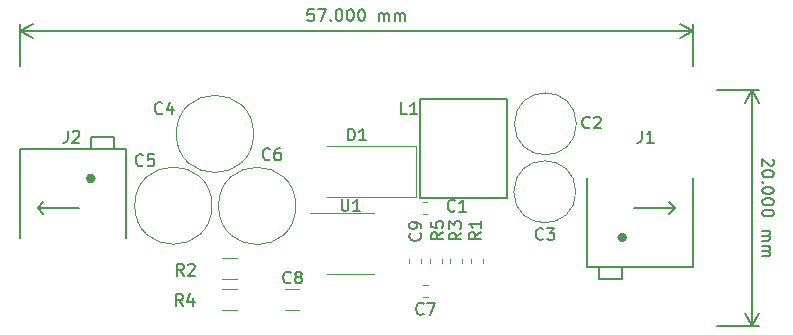
<source format=gto>
%TF.GenerationSoftware,KiCad,Pcbnew,(5.1.0-1220-ga833aeeac)*%
%TF.CreationDate,2019-07-10T21:21:40+03:00*%
%TF.ProjectId,proto_II_buck_kicad,70726f74-6f5f-4494-995f-6275636b5f6b,rev?*%
%TF.SameCoordinates,Original*%
%TF.FileFunction,Legend,Top*%
%TF.FilePolarity,Positive*%
%FSLAX46Y46*%
G04 Gerber Fmt 4.6, Leading zero omitted, Abs format (unit mm)*
G04 Created by KiCad (PCBNEW (5.1.0-1220-ga833aeeac)) date 2019-07-10 21:21:40*
%MOMM*%
%LPD*%
G04 APERTURE LIST*
%ADD10C,0.150000*%
%ADD11C,0.120000*%
%ADD12C,0.400000*%
%ADD13C,0.160000*%
%ADD14C,0.600000*%
%ADD15C,0.950000*%
%ADD16C,1.425000*%
%ADD17R,2.200000X1.600000*%
%ADD18C,1.524000*%
%ADD19C,1.676868*%
%ADD20C,1.600000*%
G04 APERTURE END LIST*
D10*
X203752380Y-115857142D02*
X203800000Y-115904761D01*
X203847619Y-116000000D01*
X203847619Y-116238095D01*
X203800000Y-116333333D01*
X203752380Y-116380952D01*
X203657142Y-116428571D01*
X203561904Y-116428571D01*
X203419047Y-116380952D01*
X202847619Y-115809523D01*
X202847619Y-116428571D01*
X203847619Y-117047619D02*
X203847619Y-117142857D01*
X203800000Y-117238095D01*
X203752380Y-117285714D01*
X203657142Y-117333333D01*
X203466666Y-117380952D01*
X203228571Y-117380952D01*
X203038095Y-117333333D01*
X202942857Y-117285714D01*
X202895238Y-117238095D01*
X202847619Y-117142857D01*
X202847619Y-117047619D01*
X202895238Y-116952380D01*
X202942857Y-116904761D01*
X203038095Y-116857142D01*
X203228571Y-116809523D01*
X203466666Y-116809523D01*
X203657142Y-116857142D01*
X203752380Y-116904761D01*
X203800000Y-116952380D01*
X203847619Y-117047619D01*
X202942857Y-117809523D02*
X202895238Y-117857142D01*
X202847619Y-117809523D01*
X202895238Y-117761904D01*
X202942857Y-117809523D01*
X202847619Y-117809523D01*
X203847619Y-118476190D02*
X203847619Y-118571428D01*
X203800000Y-118666666D01*
X203752380Y-118714285D01*
X203657142Y-118761904D01*
X203466666Y-118809523D01*
X203228571Y-118809523D01*
X203038095Y-118761904D01*
X202942857Y-118714285D01*
X202895238Y-118666666D01*
X202847619Y-118571428D01*
X202847619Y-118476190D01*
X202895238Y-118380952D01*
X202942857Y-118333333D01*
X203038095Y-118285714D01*
X203228571Y-118238095D01*
X203466666Y-118238095D01*
X203657142Y-118285714D01*
X203752380Y-118333333D01*
X203800000Y-118380952D01*
X203847619Y-118476190D01*
X203847619Y-119428571D02*
X203847619Y-119523809D01*
X203800000Y-119619047D01*
X203752380Y-119666666D01*
X203657142Y-119714285D01*
X203466666Y-119761904D01*
X203228571Y-119761904D01*
X203038095Y-119714285D01*
X202942857Y-119666666D01*
X202895238Y-119619047D01*
X202847619Y-119523809D01*
X202847619Y-119428571D01*
X202895238Y-119333333D01*
X202942857Y-119285714D01*
X203038095Y-119238095D01*
X203228571Y-119190476D01*
X203466666Y-119190476D01*
X203657142Y-119238095D01*
X203752380Y-119285714D01*
X203800000Y-119333333D01*
X203847619Y-119428571D01*
X203847619Y-120380952D02*
X203847619Y-120476190D01*
X203800000Y-120571428D01*
X203752380Y-120619047D01*
X203657142Y-120666666D01*
X203466666Y-120714285D01*
X203228571Y-120714285D01*
X203038095Y-120666666D01*
X202942857Y-120619047D01*
X202895238Y-120571428D01*
X202847619Y-120476190D01*
X202847619Y-120380952D01*
X202895238Y-120285714D01*
X202942857Y-120238095D01*
X203038095Y-120190476D01*
X203228571Y-120142857D01*
X203466666Y-120142857D01*
X203657142Y-120190476D01*
X203752380Y-120238095D01*
X203800000Y-120285714D01*
X203847619Y-120380952D01*
X202847619Y-121904761D02*
X203514285Y-121904761D01*
X203419047Y-121904761D02*
X203466666Y-121952380D01*
X203514285Y-122047619D01*
X203514285Y-122190476D01*
X203466666Y-122285714D01*
X203371428Y-122333333D01*
X202847619Y-122333333D01*
X203371428Y-122333333D02*
X203466666Y-122380952D01*
X203514285Y-122476190D01*
X203514285Y-122619047D01*
X203466666Y-122714285D01*
X203371428Y-122761904D01*
X202847619Y-122761904D01*
X202847619Y-123238095D02*
X203514285Y-123238095D01*
X203419047Y-123238095D02*
X203466666Y-123285714D01*
X203514285Y-123380952D01*
X203514285Y-123523809D01*
X203466666Y-123619047D01*
X203371428Y-123666666D01*
X202847619Y-123666666D01*
X203371428Y-123666666D02*
X203466666Y-123714285D01*
X203514285Y-123809523D01*
X203514285Y-123952380D01*
X203466666Y-124047619D01*
X203371428Y-124095238D01*
X202847619Y-124095238D01*
X202000000Y-110000000D02*
X202000000Y-130000000D01*
X199000000Y-110000000D02*
X202586421Y-110000000D01*
X199000000Y-130000000D02*
X202586421Y-130000000D01*
X202000000Y-130000000D02*
X201413579Y-128873496D01*
X202000000Y-130000000D02*
X202586421Y-128873496D01*
X202000000Y-110000000D02*
X201413579Y-111126504D01*
X202000000Y-110000000D02*
X202586421Y-111126504D01*
X164880952Y-103152380D02*
X164404761Y-103152380D01*
X164357142Y-103628571D01*
X164404761Y-103580952D01*
X164500000Y-103533333D01*
X164738095Y-103533333D01*
X164833333Y-103580952D01*
X164880952Y-103628571D01*
X164928571Y-103723809D01*
X164928571Y-103961904D01*
X164880952Y-104057142D01*
X164833333Y-104104761D01*
X164738095Y-104152380D01*
X164500000Y-104152380D01*
X164404761Y-104104761D01*
X164357142Y-104057142D01*
X165261904Y-103152380D02*
X165928571Y-103152380D01*
X165500000Y-104152380D01*
X166309523Y-104057142D02*
X166357142Y-104104761D01*
X166309523Y-104152380D01*
X166261904Y-104104761D01*
X166309523Y-104057142D01*
X166309523Y-104152380D01*
X166976190Y-103152380D02*
X167071428Y-103152380D01*
X167166666Y-103200000D01*
X167214285Y-103247619D01*
X167261904Y-103342857D01*
X167309523Y-103533333D01*
X167309523Y-103771428D01*
X167261904Y-103961904D01*
X167214285Y-104057142D01*
X167166666Y-104104761D01*
X167071428Y-104152380D01*
X166976190Y-104152380D01*
X166880952Y-104104761D01*
X166833333Y-104057142D01*
X166785714Y-103961904D01*
X166738095Y-103771428D01*
X166738095Y-103533333D01*
X166785714Y-103342857D01*
X166833333Y-103247619D01*
X166880952Y-103200000D01*
X166976190Y-103152380D01*
X167928571Y-103152380D02*
X168023809Y-103152380D01*
X168119047Y-103200000D01*
X168166666Y-103247619D01*
X168214285Y-103342857D01*
X168261904Y-103533333D01*
X168261904Y-103771428D01*
X168214285Y-103961904D01*
X168166666Y-104057142D01*
X168119047Y-104104761D01*
X168023809Y-104152380D01*
X167928571Y-104152380D01*
X167833333Y-104104761D01*
X167785714Y-104057142D01*
X167738095Y-103961904D01*
X167690476Y-103771428D01*
X167690476Y-103533333D01*
X167738095Y-103342857D01*
X167785714Y-103247619D01*
X167833333Y-103200000D01*
X167928571Y-103152380D01*
X168880952Y-103152380D02*
X168976190Y-103152380D01*
X169071428Y-103200000D01*
X169119047Y-103247619D01*
X169166666Y-103342857D01*
X169214285Y-103533333D01*
X169214285Y-103771428D01*
X169166666Y-103961904D01*
X169119047Y-104057142D01*
X169071428Y-104104761D01*
X168976190Y-104152380D01*
X168880952Y-104152380D01*
X168785714Y-104104761D01*
X168738095Y-104057142D01*
X168690476Y-103961904D01*
X168642857Y-103771428D01*
X168642857Y-103533333D01*
X168690476Y-103342857D01*
X168738095Y-103247619D01*
X168785714Y-103200000D01*
X168880952Y-103152380D01*
X170404761Y-104152380D02*
X170404761Y-103485714D01*
X170404761Y-103580952D02*
X170452380Y-103533333D01*
X170547619Y-103485714D01*
X170690476Y-103485714D01*
X170785714Y-103533333D01*
X170833333Y-103628571D01*
X170833333Y-104152380D01*
X170833333Y-103628571D02*
X170880952Y-103533333D01*
X170976190Y-103485714D01*
X171119047Y-103485714D01*
X171214285Y-103533333D01*
X171261904Y-103628571D01*
X171261904Y-104152380D01*
X171738095Y-104152380D02*
X171738095Y-103485714D01*
X171738095Y-103580952D02*
X171785714Y-103533333D01*
X171880952Y-103485714D01*
X172023809Y-103485714D01*
X172119047Y-103533333D01*
X172166666Y-103628571D01*
X172166666Y-104152380D01*
X172166666Y-103628571D02*
X172214285Y-103533333D01*
X172309523Y-103485714D01*
X172452380Y-103485714D01*
X172547619Y-103533333D01*
X172595238Y-103628571D01*
X172595238Y-104152380D01*
X140000000Y-105000000D02*
X197000000Y-105000000D01*
X140000000Y-108000000D02*
X140000000Y-104413579D01*
X197000000Y-108000000D02*
X197000000Y-104413579D01*
X197000000Y-105000000D02*
X195873496Y-105586421D01*
X197000000Y-105000000D02*
X195873496Y-104413579D01*
X140000000Y-105000000D02*
X141126504Y-105586421D01*
X140000000Y-105000000D02*
X141126504Y-104413579D01*
D11*
X168000000Y-120440000D02*
X164550000Y-120440000D01*
X168000000Y-120440000D02*
X169950000Y-120440000D01*
X168000000Y-125560000D02*
X166050000Y-125560000D01*
X168000000Y-125560000D02*
X169950000Y-125560000D01*
X175760000Y-124696267D02*
X175760000Y-124353733D01*
X174740000Y-124696267D02*
X174740000Y-124353733D01*
X158352064Y-126815000D02*
X157147936Y-126815000D01*
X158352064Y-128635000D02*
X157147936Y-128635000D01*
X177460000Y-124696267D02*
X177460000Y-124353733D01*
X176440000Y-124696267D02*
X176440000Y-124353733D01*
X157147936Y-126035000D02*
X158352064Y-126035000D01*
X157147936Y-124215000D02*
X158352064Y-124215000D01*
X178190000Y-124353733D02*
X178190000Y-124696267D01*
X179210000Y-124353733D02*
X179210000Y-124696267D01*
D10*
X173850000Y-110750000D02*
X181250000Y-110750000D01*
X181250000Y-119150000D02*
X173850000Y-119150000D01*
X181250000Y-110750000D02*
X181250000Y-119150000D01*
X173850000Y-119150000D02*
X173850000Y-110750000D01*
X146000000Y-114000000D02*
X146000000Y-115000000D01*
X148000000Y-114000000D02*
X146000000Y-114000000D01*
X148000000Y-115000000D02*
X148000000Y-114000000D01*
X149000000Y-115000000D02*
X140000000Y-115000000D01*
X140000000Y-115000000D02*
X140000000Y-122500000D01*
X149000000Y-115000000D02*
X149000000Y-122500000D01*
D12*
X146200000Y-117500000D02*
G75*
G03X146200000Y-117500000I-200000J0D01*
G01*
D10*
X145000000Y-120000000D02*
X141500000Y-120000000D01*
X141500000Y-120000000D02*
X142000000Y-119500000D01*
X142000000Y-119500000D02*
X141500000Y-120000000D01*
X141500000Y-120000000D02*
X142000000Y-120500000D01*
X191000000Y-126000000D02*
X191000000Y-125000000D01*
X189000000Y-126000000D02*
X191000000Y-126000000D01*
X189000000Y-125000000D02*
X189000000Y-126000000D01*
X188000000Y-125000000D02*
X197000000Y-125000000D01*
X197000000Y-125000000D02*
X197000000Y-117500000D01*
X188000000Y-125000000D02*
X188000000Y-117500000D01*
D12*
X191200000Y-122500000D02*
G75*
G03X191200000Y-122500000I-200000J0D01*
G01*
D10*
X192000000Y-120000000D02*
X195500000Y-120000000D01*
X195500000Y-120000000D02*
X195000000Y-120500000D01*
X195000000Y-120500000D02*
X195500000Y-120000000D01*
X195500000Y-120000000D02*
X195000000Y-119500000D01*
D11*
X173575000Y-119050000D02*
X166025000Y-119050000D01*
X173575000Y-114750000D02*
X166025000Y-114750000D01*
X173575000Y-119050000D02*
X173575000Y-114750000D01*
X173935000Y-124696267D02*
X173935000Y-124353733D01*
X172915000Y-124696267D02*
X172915000Y-124353733D01*
X163677064Y-126815000D02*
X162472936Y-126815000D01*
X163677064Y-128635000D02*
X162472936Y-128635000D01*
X174178733Y-127560000D02*
X174521267Y-127560000D01*
X174178733Y-126540000D02*
X174521267Y-126540000D01*
X163370000Y-119825000D02*
G75*
G03X163370000Y-119825000I-3270000J0D01*
G01*
X156270000Y-119800000D02*
G75*
G03X156270000Y-119800000I-3270000J0D01*
G01*
X159795000Y-113725000D02*
G75*
G03X159795000Y-113725000I-3270000J0D01*
G01*
X187070000Y-118625000D02*
G75*
G03X187070000Y-118625000I-2620000J0D01*
G01*
X187120000Y-112875000D02*
G75*
G03X187120000Y-112875000I-2620000J0D01*
G01*
X174446267Y-119490000D02*
X174103733Y-119490000D01*
X174446267Y-120510000D02*
X174103733Y-120510000D01*
D10*
X167238095Y-119252380D02*
X167238095Y-120061904D01*
X167285714Y-120157142D01*
X167333333Y-120204761D01*
X167428571Y-120252380D01*
X167619047Y-120252380D01*
X167714285Y-120204761D01*
X167761904Y-120157142D01*
X167809523Y-120061904D01*
X167809523Y-119252380D01*
X168809523Y-120252380D02*
X168238095Y-120252380D01*
X168523809Y-120252380D02*
X168523809Y-119252380D01*
X168428571Y-119395238D01*
X168333333Y-119490476D01*
X168238095Y-119538095D01*
X175827380Y-122066666D02*
X175351190Y-122400000D01*
X175827380Y-122638095D02*
X174827380Y-122638095D01*
X174827380Y-122257142D01*
X174875000Y-122161904D01*
X174922619Y-122114285D01*
X175017857Y-122066666D01*
X175160714Y-122066666D01*
X175255952Y-122114285D01*
X175303571Y-122161904D01*
X175351190Y-122257142D01*
X175351190Y-122638095D01*
X174827380Y-121161904D02*
X174827380Y-121638095D01*
X175303571Y-121685714D01*
X175255952Y-121638095D01*
X175208333Y-121542857D01*
X175208333Y-121304761D01*
X175255952Y-121209523D01*
X175303571Y-121161904D01*
X175398809Y-121114285D01*
X175636904Y-121114285D01*
X175732142Y-121161904D01*
X175779761Y-121209523D01*
X175827380Y-121304761D01*
X175827380Y-121542857D01*
X175779761Y-121638095D01*
X175732142Y-121685714D01*
X153808333Y-128277380D02*
X153475000Y-127801190D01*
X153236904Y-128277380D02*
X153236904Y-127277380D01*
X153617857Y-127277380D01*
X153713095Y-127325000D01*
X153760714Y-127372619D01*
X153808333Y-127467857D01*
X153808333Y-127610714D01*
X153760714Y-127705952D01*
X153713095Y-127753571D01*
X153617857Y-127801190D01*
X153236904Y-127801190D01*
X154665476Y-127610714D02*
X154665476Y-128277380D01*
X154427380Y-127229761D02*
X154189285Y-127944047D01*
X154808333Y-127944047D01*
X177377380Y-122091666D02*
X176901190Y-122425000D01*
X177377380Y-122663095D02*
X176377380Y-122663095D01*
X176377380Y-122282142D01*
X176425000Y-122186904D01*
X176472619Y-122139285D01*
X176567857Y-122091666D01*
X176710714Y-122091666D01*
X176805952Y-122139285D01*
X176853571Y-122186904D01*
X176901190Y-122282142D01*
X176901190Y-122663095D01*
X176377380Y-121758333D02*
X176377380Y-121139285D01*
X176758333Y-121472619D01*
X176758333Y-121329761D01*
X176805952Y-121234523D01*
X176853571Y-121186904D01*
X176948809Y-121139285D01*
X177186904Y-121139285D01*
X177282142Y-121186904D01*
X177329761Y-121234523D01*
X177377380Y-121329761D01*
X177377380Y-121615476D01*
X177329761Y-121710714D01*
X177282142Y-121758333D01*
X153883333Y-125727380D02*
X153550000Y-125251190D01*
X153311904Y-125727380D02*
X153311904Y-124727380D01*
X153692857Y-124727380D01*
X153788095Y-124775000D01*
X153835714Y-124822619D01*
X153883333Y-124917857D01*
X153883333Y-125060714D01*
X153835714Y-125155952D01*
X153788095Y-125203571D01*
X153692857Y-125251190D01*
X153311904Y-125251190D01*
X154264285Y-124822619D02*
X154311904Y-124775000D01*
X154407142Y-124727380D01*
X154645238Y-124727380D01*
X154740476Y-124775000D01*
X154788095Y-124822619D01*
X154835714Y-124917857D01*
X154835714Y-125013095D01*
X154788095Y-125155952D01*
X154216666Y-125727380D01*
X154835714Y-125727380D01*
X179052380Y-122041666D02*
X178576190Y-122375000D01*
X179052380Y-122613095D02*
X178052380Y-122613095D01*
X178052380Y-122232142D01*
X178100000Y-122136904D01*
X178147619Y-122089285D01*
X178242857Y-122041666D01*
X178385714Y-122041666D01*
X178480952Y-122089285D01*
X178528571Y-122136904D01*
X178576190Y-122232142D01*
X178576190Y-122613095D01*
X179052380Y-121089285D02*
X179052380Y-121660714D01*
X179052380Y-121375000D02*
X178052380Y-121375000D01*
X178195238Y-121470238D01*
X178290476Y-121565476D01*
X178338095Y-121660714D01*
X172783333Y-112052380D02*
X172307142Y-112052380D01*
X172307142Y-111052380D01*
X173640476Y-112052380D02*
X173069047Y-112052380D01*
X173354761Y-112052380D02*
X173354761Y-111052380D01*
X173259523Y-111195238D01*
X173164285Y-111290476D01*
X173069047Y-111338095D01*
X144041666Y-113452380D02*
X144041666Y-114166666D01*
X143994047Y-114309523D01*
X143898809Y-114404761D01*
X143755952Y-114452380D01*
X143660714Y-114452380D01*
X144470238Y-113547619D02*
X144517857Y-113500000D01*
X144613095Y-113452380D01*
X144851190Y-113452380D01*
X144946428Y-113500000D01*
X144994047Y-113547619D01*
X145041666Y-113642857D01*
X145041666Y-113738095D01*
X144994047Y-113880952D01*
X144422619Y-114452380D01*
X145041666Y-114452380D01*
X192666666Y-113452380D02*
X192666666Y-114166666D01*
X192619047Y-114309523D01*
X192523809Y-114404761D01*
X192380952Y-114452380D01*
X192285714Y-114452380D01*
X193666666Y-114452380D02*
X193095238Y-114452380D01*
X193380952Y-114452380D02*
X193380952Y-113452380D01*
X193285714Y-113595238D01*
X193190476Y-113690476D01*
X193095238Y-113738095D01*
X167786904Y-114277380D02*
X167786904Y-113277380D01*
X168025000Y-113277380D01*
X168167857Y-113325000D01*
X168263095Y-113420238D01*
X168310714Y-113515476D01*
X168358333Y-113705952D01*
X168358333Y-113848809D01*
X168310714Y-114039285D01*
X168263095Y-114134523D01*
X168167857Y-114229761D01*
X168025000Y-114277380D01*
X167786904Y-114277380D01*
X169310714Y-114277380D02*
X168739285Y-114277380D01*
X169025000Y-114277380D02*
X169025000Y-113277380D01*
X168929761Y-113420238D01*
X168834523Y-113515476D01*
X168739285Y-113563095D01*
X173882142Y-122141666D02*
X173929761Y-122189285D01*
X173977380Y-122332142D01*
X173977380Y-122427380D01*
X173929761Y-122570238D01*
X173834523Y-122665476D01*
X173739285Y-122713095D01*
X173548809Y-122760714D01*
X173405952Y-122760714D01*
X173215476Y-122713095D01*
X173120238Y-122665476D01*
X173025000Y-122570238D01*
X172977380Y-122427380D01*
X172977380Y-122332142D01*
X173025000Y-122189285D01*
X173072619Y-122141666D01*
X173977380Y-121665476D02*
X173977380Y-121475000D01*
X173929761Y-121379761D01*
X173882142Y-121332142D01*
X173739285Y-121236904D01*
X173548809Y-121189285D01*
X173167857Y-121189285D01*
X173072619Y-121236904D01*
X173025000Y-121284523D01*
X172977380Y-121379761D01*
X172977380Y-121570238D01*
X173025000Y-121665476D01*
X173072619Y-121713095D01*
X173167857Y-121760714D01*
X173405952Y-121760714D01*
X173501190Y-121713095D01*
X173548809Y-121665476D01*
X173596428Y-121570238D01*
X173596428Y-121379761D01*
X173548809Y-121284523D01*
X173501190Y-121236904D01*
X173405952Y-121189285D01*
X162933333Y-126282142D02*
X162885714Y-126329761D01*
X162742857Y-126377380D01*
X162647619Y-126377380D01*
X162504761Y-126329761D01*
X162409523Y-126234523D01*
X162361904Y-126139285D01*
X162314285Y-125948809D01*
X162314285Y-125805952D01*
X162361904Y-125615476D01*
X162409523Y-125520238D01*
X162504761Y-125425000D01*
X162647619Y-125377380D01*
X162742857Y-125377380D01*
X162885714Y-125425000D01*
X162933333Y-125472619D01*
X163504761Y-125805952D02*
X163409523Y-125758333D01*
X163361904Y-125710714D01*
X163314285Y-125615476D01*
X163314285Y-125567857D01*
X163361904Y-125472619D01*
X163409523Y-125425000D01*
X163504761Y-125377380D01*
X163695238Y-125377380D01*
X163790476Y-125425000D01*
X163838095Y-125472619D01*
X163885714Y-125567857D01*
X163885714Y-125615476D01*
X163838095Y-125710714D01*
X163790476Y-125758333D01*
X163695238Y-125805952D01*
X163504761Y-125805952D01*
X163409523Y-125853571D01*
X163361904Y-125901190D01*
X163314285Y-125996428D01*
X163314285Y-126186904D01*
X163361904Y-126282142D01*
X163409523Y-126329761D01*
X163504761Y-126377380D01*
X163695238Y-126377380D01*
X163790476Y-126329761D01*
X163838095Y-126282142D01*
X163885714Y-126186904D01*
X163885714Y-125996428D01*
X163838095Y-125901190D01*
X163790476Y-125853571D01*
X163695238Y-125805952D01*
X174183333Y-128932142D02*
X174135714Y-128979761D01*
X173992857Y-129027380D01*
X173897619Y-129027380D01*
X173754761Y-128979761D01*
X173659523Y-128884523D01*
X173611904Y-128789285D01*
X173564285Y-128598809D01*
X173564285Y-128455952D01*
X173611904Y-128265476D01*
X173659523Y-128170238D01*
X173754761Y-128075000D01*
X173897619Y-128027380D01*
X173992857Y-128027380D01*
X174135714Y-128075000D01*
X174183333Y-128122619D01*
X174516666Y-128027380D02*
X175183333Y-128027380D01*
X174754761Y-129027380D01*
X161173333Y-115847142D02*
X161125714Y-115894761D01*
X160982857Y-115942380D01*
X160887619Y-115942380D01*
X160744761Y-115894761D01*
X160649523Y-115799523D01*
X160601904Y-115704285D01*
X160554285Y-115513809D01*
X160554285Y-115370952D01*
X160601904Y-115180476D01*
X160649523Y-115085238D01*
X160744761Y-114990000D01*
X160887619Y-114942380D01*
X160982857Y-114942380D01*
X161125714Y-114990000D01*
X161173333Y-115037619D01*
X162030476Y-114942380D02*
X161840000Y-114942380D01*
X161744761Y-114990000D01*
X161697142Y-115037619D01*
X161601904Y-115180476D01*
X161554285Y-115370952D01*
X161554285Y-115751904D01*
X161601904Y-115847142D01*
X161649523Y-115894761D01*
X161744761Y-115942380D01*
X161935238Y-115942380D01*
X162030476Y-115894761D01*
X162078095Y-115847142D01*
X162125714Y-115751904D01*
X162125714Y-115513809D01*
X162078095Y-115418571D01*
X162030476Y-115370952D01*
X161935238Y-115323333D01*
X161744761Y-115323333D01*
X161649523Y-115370952D01*
X161601904Y-115418571D01*
X161554285Y-115513809D01*
X150433333Y-116357142D02*
X150385714Y-116404761D01*
X150242857Y-116452380D01*
X150147619Y-116452380D01*
X150004761Y-116404761D01*
X149909523Y-116309523D01*
X149861904Y-116214285D01*
X149814285Y-116023809D01*
X149814285Y-115880952D01*
X149861904Y-115690476D01*
X149909523Y-115595238D01*
X150004761Y-115500000D01*
X150147619Y-115452380D01*
X150242857Y-115452380D01*
X150385714Y-115500000D01*
X150433333Y-115547619D01*
X151338095Y-115452380D02*
X150861904Y-115452380D01*
X150814285Y-115928571D01*
X150861904Y-115880952D01*
X150957142Y-115833333D01*
X151195238Y-115833333D01*
X151290476Y-115880952D01*
X151338095Y-115928571D01*
X151385714Y-116023809D01*
X151385714Y-116261904D01*
X151338095Y-116357142D01*
X151290476Y-116404761D01*
X151195238Y-116452380D01*
X150957142Y-116452380D01*
X150861904Y-116404761D01*
X150814285Y-116357142D01*
X152058333Y-111957142D02*
X152010714Y-112004761D01*
X151867857Y-112052380D01*
X151772619Y-112052380D01*
X151629761Y-112004761D01*
X151534523Y-111909523D01*
X151486904Y-111814285D01*
X151439285Y-111623809D01*
X151439285Y-111480952D01*
X151486904Y-111290476D01*
X151534523Y-111195238D01*
X151629761Y-111100000D01*
X151772619Y-111052380D01*
X151867857Y-111052380D01*
X152010714Y-111100000D01*
X152058333Y-111147619D01*
X152915476Y-111385714D02*
X152915476Y-112052380D01*
X152677380Y-111004761D02*
X152439285Y-111719047D01*
X153058333Y-111719047D01*
X184308333Y-122607142D02*
X184260714Y-122654761D01*
X184117857Y-122702380D01*
X184022619Y-122702380D01*
X183879761Y-122654761D01*
X183784523Y-122559523D01*
X183736904Y-122464285D01*
X183689285Y-122273809D01*
X183689285Y-122130952D01*
X183736904Y-121940476D01*
X183784523Y-121845238D01*
X183879761Y-121750000D01*
X184022619Y-121702380D01*
X184117857Y-121702380D01*
X184260714Y-121750000D01*
X184308333Y-121797619D01*
X184641666Y-121702380D02*
X185260714Y-121702380D01*
X184927380Y-122083333D01*
X185070238Y-122083333D01*
X185165476Y-122130952D01*
X185213095Y-122178571D01*
X185260714Y-122273809D01*
X185260714Y-122511904D01*
X185213095Y-122607142D01*
X185165476Y-122654761D01*
X185070238Y-122702380D01*
X184784523Y-122702380D01*
X184689285Y-122654761D01*
X184641666Y-122607142D01*
X188258333Y-113157142D02*
X188210714Y-113204761D01*
X188067857Y-113252380D01*
X187972619Y-113252380D01*
X187829761Y-113204761D01*
X187734523Y-113109523D01*
X187686904Y-113014285D01*
X187639285Y-112823809D01*
X187639285Y-112680952D01*
X187686904Y-112490476D01*
X187734523Y-112395238D01*
X187829761Y-112300000D01*
X187972619Y-112252380D01*
X188067857Y-112252380D01*
X188210714Y-112300000D01*
X188258333Y-112347619D01*
X188639285Y-112347619D02*
X188686904Y-112300000D01*
X188782142Y-112252380D01*
X189020238Y-112252380D01*
X189115476Y-112300000D01*
X189163095Y-112347619D01*
X189210714Y-112442857D01*
X189210714Y-112538095D01*
X189163095Y-112680952D01*
X188591666Y-113252380D01*
X189210714Y-113252380D01*
X176833333Y-120207142D02*
X176785714Y-120254761D01*
X176642857Y-120302380D01*
X176547619Y-120302380D01*
X176404761Y-120254761D01*
X176309523Y-120159523D01*
X176261904Y-120064285D01*
X176214285Y-119873809D01*
X176214285Y-119730952D01*
X176261904Y-119540476D01*
X176309523Y-119445238D01*
X176404761Y-119350000D01*
X176547619Y-119302380D01*
X176642857Y-119302380D01*
X176785714Y-119350000D01*
X176833333Y-119397619D01*
X177785714Y-120302380D02*
X177214285Y-120302380D01*
X177500000Y-120302380D02*
X177500000Y-119302380D01*
X177404761Y-119445238D01*
X177309523Y-119540476D01*
X177214285Y-119588095D01*
%LPC*%
D13*
G36*
X171357403Y-120806418D02*
G01*
X171406066Y-120838934D01*
X171438582Y-120887597D01*
X171450000Y-120945000D01*
X171450000Y-121245000D01*
X171438582Y-121302403D01*
X171406066Y-121351066D01*
X171357403Y-121383582D01*
X171300000Y-121395000D01*
X169650000Y-121395000D01*
X169592597Y-121383582D01*
X169543934Y-121351066D01*
X169511418Y-121302403D01*
X169500000Y-121245000D01*
X169500000Y-120945000D01*
X169511418Y-120887597D01*
X169543934Y-120838934D01*
X169592597Y-120806418D01*
X169650000Y-120795000D01*
X171300000Y-120795000D01*
X171357403Y-120806418D01*
X171357403Y-120806418D01*
G37*
D14*
X170475000Y-121095000D03*
D13*
G36*
X171357403Y-122076418D02*
G01*
X171406066Y-122108934D01*
X171438582Y-122157597D01*
X171450000Y-122215000D01*
X171450000Y-122515000D01*
X171438582Y-122572403D01*
X171406066Y-122621066D01*
X171357403Y-122653582D01*
X171300000Y-122665000D01*
X169650000Y-122665000D01*
X169592597Y-122653582D01*
X169543934Y-122621066D01*
X169511418Y-122572403D01*
X169500000Y-122515000D01*
X169500000Y-122215000D01*
X169511418Y-122157597D01*
X169543934Y-122108934D01*
X169592597Y-122076418D01*
X169650000Y-122065000D01*
X171300000Y-122065000D01*
X171357403Y-122076418D01*
X171357403Y-122076418D01*
G37*
D14*
X170475000Y-122365000D03*
D13*
G36*
X171357403Y-123346418D02*
G01*
X171406066Y-123378934D01*
X171438582Y-123427597D01*
X171450000Y-123485000D01*
X171450000Y-123785000D01*
X171438582Y-123842403D01*
X171406066Y-123891066D01*
X171357403Y-123923582D01*
X171300000Y-123935000D01*
X169650000Y-123935000D01*
X169592597Y-123923582D01*
X169543934Y-123891066D01*
X169511418Y-123842403D01*
X169500000Y-123785000D01*
X169500000Y-123485000D01*
X169511418Y-123427597D01*
X169543934Y-123378934D01*
X169592597Y-123346418D01*
X169650000Y-123335000D01*
X171300000Y-123335000D01*
X171357403Y-123346418D01*
X171357403Y-123346418D01*
G37*
D14*
X170475000Y-123635000D03*
D13*
G36*
X171357403Y-124616418D02*
G01*
X171406066Y-124648934D01*
X171438582Y-124697597D01*
X171450000Y-124755000D01*
X171450000Y-125055000D01*
X171438582Y-125112403D01*
X171406066Y-125161066D01*
X171357403Y-125193582D01*
X171300000Y-125205000D01*
X169650000Y-125205000D01*
X169592597Y-125193582D01*
X169543934Y-125161066D01*
X169511418Y-125112403D01*
X169500000Y-125055000D01*
X169500000Y-124755000D01*
X169511418Y-124697597D01*
X169543934Y-124648934D01*
X169592597Y-124616418D01*
X169650000Y-124605000D01*
X171300000Y-124605000D01*
X171357403Y-124616418D01*
X171357403Y-124616418D01*
G37*
D14*
X170475000Y-124905000D03*
D13*
G36*
X166407403Y-124616418D02*
G01*
X166456066Y-124648934D01*
X166488582Y-124697597D01*
X166500000Y-124755000D01*
X166500000Y-125055000D01*
X166488582Y-125112403D01*
X166456066Y-125161066D01*
X166407403Y-125193582D01*
X166350000Y-125205000D01*
X164700000Y-125205000D01*
X164642597Y-125193582D01*
X164593934Y-125161066D01*
X164561418Y-125112403D01*
X164550000Y-125055000D01*
X164550000Y-124755000D01*
X164561418Y-124697597D01*
X164593934Y-124648934D01*
X164642597Y-124616418D01*
X164700000Y-124605000D01*
X166350000Y-124605000D01*
X166407403Y-124616418D01*
X166407403Y-124616418D01*
G37*
D14*
X165525000Y-124905000D03*
D13*
G36*
X166407403Y-123346418D02*
G01*
X166456066Y-123378934D01*
X166488582Y-123427597D01*
X166500000Y-123485000D01*
X166500000Y-123785000D01*
X166488582Y-123842403D01*
X166456066Y-123891066D01*
X166407403Y-123923582D01*
X166350000Y-123935000D01*
X164700000Y-123935000D01*
X164642597Y-123923582D01*
X164593934Y-123891066D01*
X164561418Y-123842403D01*
X164550000Y-123785000D01*
X164550000Y-123485000D01*
X164561418Y-123427597D01*
X164593934Y-123378934D01*
X164642597Y-123346418D01*
X164700000Y-123335000D01*
X166350000Y-123335000D01*
X166407403Y-123346418D01*
X166407403Y-123346418D01*
G37*
D14*
X165525000Y-123635000D03*
D13*
G36*
X166407403Y-122076418D02*
G01*
X166456066Y-122108934D01*
X166488582Y-122157597D01*
X166500000Y-122215000D01*
X166500000Y-122515000D01*
X166488582Y-122572403D01*
X166456066Y-122621066D01*
X166407403Y-122653582D01*
X166350000Y-122665000D01*
X164700000Y-122665000D01*
X164642597Y-122653582D01*
X164593934Y-122621066D01*
X164561418Y-122572403D01*
X164550000Y-122515000D01*
X164550000Y-122215000D01*
X164561418Y-122157597D01*
X164593934Y-122108934D01*
X164642597Y-122076418D01*
X164700000Y-122065000D01*
X166350000Y-122065000D01*
X166407403Y-122076418D01*
X166407403Y-122076418D01*
G37*
D14*
X165525000Y-122365000D03*
D13*
G36*
X166407403Y-120806418D02*
G01*
X166456066Y-120838934D01*
X166488582Y-120887597D01*
X166500000Y-120945000D01*
X166500000Y-121245000D01*
X166488582Y-121302403D01*
X166456066Y-121351066D01*
X166407403Y-121383582D01*
X166350000Y-121395000D01*
X164700000Y-121395000D01*
X164642597Y-121383582D01*
X164593934Y-121351066D01*
X164561418Y-121302403D01*
X164550000Y-121245000D01*
X164550000Y-120945000D01*
X164561418Y-120887597D01*
X164593934Y-120838934D01*
X164642597Y-120806418D01*
X164700000Y-120795000D01*
X166350000Y-120795000D01*
X166407403Y-120806418D01*
X166407403Y-120806418D01*
G37*
D14*
X165525000Y-121095000D03*
D13*
G36*
X175578387Y-123143079D02*
G01*
X175655438Y-123194562D01*
X175706921Y-123271613D01*
X175725000Y-123362500D01*
X175725000Y-123937500D01*
X175706921Y-124028387D01*
X175655438Y-124105438D01*
X175578387Y-124156921D01*
X175487500Y-124175000D01*
X175012500Y-124175000D01*
X174921613Y-124156921D01*
X174844562Y-124105438D01*
X174793079Y-124028387D01*
X174775000Y-123937500D01*
X174775000Y-123362500D01*
X174793079Y-123271613D01*
X174844562Y-123194562D01*
X174921613Y-123143079D01*
X175012500Y-123125000D01*
X175487500Y-123125000D01*
X175578387Y-123143079D01*
X175578387Y-123143079D01*
G37*
D15*
X175250000Y-123650000D03*
D13*
G36*
X175578387Y-124893079D02*
G01*
X175655438Y-124944562D01*
X175706921Y-125021613D01*
X175725000Y-125112500D01*
X175725000Y-125687500D01*
X175706921Y-125778387D01*
X175655438Y-125855438D01*
X175578387Y-125906921D01*
X175487500Y-125925000D01*
X175012500Y-125925000D01*
X174921613Y-125906921D01*
X174844562Y-125855438D01*
X174793079Y-125778387D01*
X174775000Y-125687500D01*
X174775000Y-125112500D01*
X174793079Y-125021613D01*
X174844562Y-124944562D01*
X174921613Y-124893079D01*
X175012500Y-124875000D01*
X175487500Y-124875000D01*
X175578387Y-124893079D01*
X175578387Y-124893079D01*
G37*
D15*
X175250000Y-125400000D03*
D13*
G36*
X156820671Y-126869030D02*
G01*
X156901777Y-126923223D01*
X156955970Y-127004329D01*
X156975000Y-127100000D01*
X156975000Y-128350000D01*
X156955970Y-128445671D01*
X156901777Y-128526777D01*
X156820671Y-128580970D01*
X156725000Y-128600000D01*
X155800000Y-128600000D01*
X155704329Y-128580970D01*
X155623223Y-128526777D01*
X155569030Y-128445671D01*
X155550000Y-128350000D01*
X155550000Y-127100000D01*
X155569030Y-127004329D01*
X155623223Y-126923223D01*
X155704329Y-126869030D01*
X155800000Y-126850000D01*
X156725000Y-126850000D01*
X156820671Y-126869030D01*
X156820671Y-126869030D01*
G37*
D16*
X156262500Y-127725000D03*
D13*
G36*
X159795671Y-126869030D02*
G01*
X159876777Y-126923223D01*
X159930970Y-127004329D01*
X159950000Y-127100000D01*
X159950000Y-128350000D01*
X159930970Y-128445671D01*
X159876777Y-128526777D01*
X159795671Y-128580970D01*
X159700000Y-128600000D01*
X158775000Y-128600000D01*
X158679329Y-128580970D01*
X158598223Y-128526777D01*
X158544030Y-128445671D01*
X158525000Y-128350000D01*
X158525000Y-127100000D01*
X158544030Y-127004329D01*
X158598223Y-126923223D01*
X158679329Y-126869030D01*
X158775000Y-126850000D01*
X159700000Y-126850000D01*
X159795671Y-126869030D01*
X159795671Y-126869030D01*
G37*
D16*
X159237500Y-127725000D03*
D13*
G36*
X177278387Y-123143079D02*
G01*
X177355438Y-123194562D01*
X177406921Y-123271613D01*
X177425000Y-123362500D01*
X177425000Y-123937500D01*
X177406921Y-124028387D01*
X177355438Y-124105438D01*
X177278387Y-124156921D01*
X177187500Y-124175000D01*
X176712500Y-124175000D01*
X176621613Y-124156921D01*
X176544562Y-124105438D01*
X176493079Y-124028387D01*
X176475000Y-123937500D01*
X176475000Y-123362500D01*
X176493079Y-123271613D01*
X176544562Y-123194562D01*
X176621613Y-123143079D01*
X176712500Y-123125000D01*
X177187500Y-123125000D01*
X177278387Y-123143079D01*
X177278387Y-123143079D01*
G37*
D15*
X176950000Y-123650000D03*
D13*
G36*
X177278387Y-124893079D02*
G01*
X177355438Y-124944562D01*
X177406921Y-125021613D01*
X177425000Y-125112500D01*
X177425000Y-125687500D01*
X177406921Y-125778387D01*
X177355438Y-125855438D01*
X177278387Y-125906921D01*
X177187500Y-125925000D01*
X176712500Y-125925000D01*
X176621613Y-125906921D01*
X176544562Y-125855438D01*
X176493079Y-125778387D01*
X176475000Y-125687500D01*
X176475000Y-125112500D01*
X176493079Y-125021613D01*
X176544562Y-124944562D01*
X176621613Y-124893079D01*
X176712500Y-124875000D01*
X177187500Y-124875000D01*
X177278387Y-124893079D01*
X177278387Y-124893079D01*
G37*
D15*
X176950000Y-125400000D03*
D13*
G36*
X159795671Y-124269030D02*
G01*
X159876777Y-124323223D01*
X159930970Y-124404329D01*
X159950000Y-124500000D01*
X159950000Y-125750000D01*
X159930970Y-125845671D01*
X159876777Y-125926777D01*
X159795671Y-125980970D01*
X159700000Y-126000000D01*
X158775000Y-126000000D01*
X158679329Y-125980970D01*
X158598223Y-125926777D01*
X158544030Y-125845671D01*
X158525000Y-125750000D01*
X158525000Y-124500000D01*
X158544030Y-124404329D01*
X158598223Y-124323223D01*
X158679329Y-124269030D01*
X158775000Y-124250000D01*
X159700000Y-124250000D01*
X159795671Y-124269030D01*
X159795671Y-124269030D01*
G37*
D16*
X159237500Y-125125000D03*
D13*
G36*
X156820671Y-124269030D02*
G01*
X156901777Y-124323223D01*
X156955970Y-124404329D01*
X156975000Y-124500000D01*
X156975000Y-125750000D01*
X156955970Y-125845671D01*
X156901777Y-125926777D01*
X156820671Y-125980970D01*
X156725000Y-126000000D01*
X155800000Y-126000000D01*
X155704329Y-125980970D01*
X155623223Y-125926777D01*
X155569030Y-125845671D01*
X155550000Y-125750000D01*
X155550000Y-124500000D01*
X155569030Y-124404329D01*
X155623223Y-124323223D01*
X155704329Y-124269030D01*
X155800000Y-124250000D01*
X156725000Y-124250000D01*
X156820671Y-124269030D01*
X156820671Y-124269030D01*
G37*
D16*
X156262500Y-125125000D03*
D13*
G36*
X179028387Y-124893079D02*
G01*
X179105438Y-124944562D01*
X179156921Y-125021613D01*
X179175000Y-125112500D01*
X179175000Y-125687500D01*
X179156921Y-125778387D01*
X179105438Y-125855438D01*
X179028387Y-125906921D01*
X178937500Y-125925000D01*
X178462500Y-125925000D01*
X178371613Y-125906921D01*
X178294562Y-125855438D01*
X178243079Y-125778387D01*
X178225000Y-125687500D01*
X178225000Y-125112500D01*
X178243079Y-125021613D01*
X178294562Y-124944562D01*
X178371613Y-124893079D01*
X178462500Y-124875000D01*
X178937500Y-124875000D01*
X179028387Y-124893079D01*
X179028387Y-124893079D01*
G37*
D15*
X178700000Y-125400000D03*
D13*
G36*
X179028387Y-123143079D02*
G01*
X179105438Y-123194562D01*
X179156921Y-123271613D01*
X179175000Y-123362500D01*
X179175000Y-123937500D01*
X179156921Y-124028387D01*
X179105438Y-124105438D01*
X179028387Y-124156921D01*
X178937500Y-124175000D01*
X178462500Y-124175000D01*
X178371613Y-124156921D01*
X178294562Y-124105438D01*
X178243079Y-124028387D01*
X178225000Y-123937500D01*
X178225000Y-123362500D01*
X178243079Y-123271613D01*
X178294562Y-123194562D01*
X178371613Y-123143079D01*
X178462500Y-123125000D01*
X178937500Y-123125000D01*
X179028387Y-123143079D01*
X179028387Y-123143079D01*
G37*
D15*
X178700000Y-123650000D03*
D17*
X177550000Y-118150000D03*
X177550000Y-111750000D03*
D18*
X144000000Y-122500000D03*
X144000000Y-117500000D03*
X193000000Y-117500000D03*
X193000000Y-122500000D03*
D19*
X165825000Y-116900000D03*
D13*
G36*
X164025000Y-118050000D02*
G01*
X164025000Y-115750000D01*
X167625000Y-116350000D01*
X167625000Y-117450000D01*
X164025000Y-118050000D01*
X164025000Y-118050000D01*
G37*
D19*
X171625000Y-116900000D03*
D13*
G36*
X173425000Y-115750000D02*
G01*
X173425000Y-118050000D01*
X169825000Y-117450000D01*
X169825000Y-116350000D01*
X173425000Y-115750000D01*
X173425000Y-115750000D01*
G37*
G36*
X173753387Y-123143079D02*
G01*
X173830438Y-123194562D01*
X173881921Y-123271613D01*
X173900000Y-123362500D01*
X173900000Y-123937500D01*
X173881921Y-124028387D01*
X173830438Y-124105438D01*
X173753387Y-124156921D01*
X173662500Y-124175000D01*
X173187500Y-124175000D01*
X173096613Y-124156921D01*
X173019562Y-124105438D01*
X172968079Y-124028387D01*
X172950000Y-123937500D01*
X172950000Y-123362500D01*
X172968079Y-123271613D01*
X173019562Y-123194562D01*
X173096613Y-123143079D01*
X173187500Y-123125000D01*
X173662500Y-123125000D01*
X173753387Y-123143079D01*
X173753387Y-123143079D01*
G37*
D15*
X173425000Y-123650000D03*
D13*
G36*
X173753387Y-124893079D02*
G01*
X173830438Y-124944562D01*
X173881921Y-125021613D01*
X173900000Y-125112500D01*
X173900000Y-125687500D01*
X173881921Y-125778387D01*
X173830438Y-125855438D01*
X173753387Y-125906921D01*
X173662500Y-125925000D01*
X173187500Y-125925000D01*
X173096613Y-125906921D01*
X173019562Y-125855438D01*
X172968079Y-125778387D01*
X172950000Y-125687500D01*
X172950000Y-125112500D01*
X172968079Y-125021613D01*
X173019562Y-124944562D01*
X173096613Y-124893079D01*
X173187500Y-124875000D01*
X173662500Y-124875000D01*
X173753387Y-124893079D01*
X173753387Y-124893079D01*
G37*
D15*
X173425000Y-125400000D03*
D13*
G36*
X162145671Y-126869030D02*
G01*
X162226777Y-126923223D01*
X162280970Y-127004329D01*
X162300000Y-127100000D01*
X162300000Y-128350000D01*
X162280970Y-128445671D01*
X162226777Y-128526777D01*
X162145671Y-128580970D01*
X162050000Y-128600000D01*
X161125000Y-128600000D01*
X161029329Y-128580970D01*
X160948223Y-128526777D01*
X160894030Y-128445671D01*
X160875000Y-128350000D01*
X160875000Y-127100000D01*
X160894030Y-127004329D01*
X160948223Y-126923223D01*
X161029329Y-126869030D01*
X161125000Y-126850000D01*
X162050000Y-126850000D01*
X162145671Y-126869030D01*
X162145671Y-126869030D01*
G37*
D16*
X161587500Y-127725000D03*
D13*
G36*
X165120671Y-126869030D02*
G01*
X165201777Y-126923223D01*
X165255970Y-127004329D01*
X165275000Y-127100000D01*
X165275000Y-128350000D01*
X165255970Y-128445671D01*
X165201777Y-128526777D01*
X165120671Y-128580970D01*
X165025000Y-128600000D01*
X164100000Y-128600000D01*
X164004329Y-128580970D01*
X163923223Y-128526777D01*
X163869030Y-128445671D01*
X163850000Y-128350000D01*
X163850000Y-127100000D01*
X163869030Y-127004329D01*
X163923223Y-126923223D01*
X164004329Y-126869030D01*
X164100000Y-126850000D01*
X165025000Y-126850000D01*
X165120671Y-126869030D01*
X165120671Y-126869030D01*
G37*
D16*
X164562500Y-127725000D03*
D13*
G36*
X175603387Y-126593079D02*
G01*
X175680438Y-126644562D01*
X175731921Y-126721613D01*
X175750000Y-126812500D01*
X175750000Y-127287500D01*
X175731921Y-127378387D01*
X175680438Y-127455438D01*
X175603387Y-127506921D01*
X175512500Y-127525000D01*
X174937500Y-127525000D01*
X174846613Y-127506921D01*
X174769562Y-127455438D01*
X174718079Y-127378387D01*
X174700000Y-127287500D01*
X174700000Y-126812500D01*
X174718079Y-126721613D01*
X174769562Y-126644562D01*
X174846613Y-126593079D01*
X174937500Y-126575000D01*
X175512500Y-126575000D01*
X175603387Y-126593079D01*
X175603387Y-126593079D01*
G37*
D15*
X175225000Y-127050000D03*
D13*
G36*
X173853387Y-126593079D02*
G01*
X173930438Y-126644562D01*
X173981921Y-126721613D01*
X174000000Y-126812500D01*
X174000000Y-127287500D01*
X173981921Y-127378387D01*
X173930438Y-127455438D01*
X173853387Y-127506921D01*
X173762500Y-127525000D01*
X173187500Y-127525000D01*
X173096613Y-127506921D01*
X173019562Y-127455438D01*
X172968079Y-127378387D01*
X172950000Y-127287500D01*
X172950000Y-126812500D01*
X172968079Y-126721613D01*
X173019562Y-126644562D01*
X173096613Y-126593079D01*
X173187500Y-126575000D01*
X173762500Y-126575000D01*
X173853387Y-126593079D01*
X173853387Y-126593079D01*
G37*
D15*
X173475000Y-127050000D03*
D20*
X160100000Y-118575000D03*
X160100000Y-121075000D03*
X153000000Y-118550000D03*
X153000000Y-121050000D03*
X156525000Y-112475000D03*
X156525000Y-114975000D03*
X185450000Y-118625000D03*
X183450000Y-118625000D03*
X185500000Y-112875000D03*
X183500000Y-112875000D03*
D13*
G36*
X173778387Y-119543079D02*
G01*
X173855438Y-119594562D01*
X173906921Y-119671613D01*
X173925000Y-119762500D01*
X173925000Y-120237500D01*
X173906921Y-120328387D01*
X173855438Y-120405438D01*
X173778387Y-120456921D01*
X173687500Y-120475000D01*
X173112500Y-120475000D01*
X173021613Y-120456921D01*
X172944562Y-120405438D01*
X172893079Y-120328387D01*
X172875000Y-120237500D01*
X172875000Y-119762500D01*
X172893079Y-119671613D01*
X172944562Y-119594562D01*
X173021613Y-119543079D01*
X173112500Y-119525000D01*
X173687500Y-119525000D01*
X173778387Y-119543079D01*
X173778387Y-119543079D01*
G37*
D15*
X173400000Y-120000000D03*
D13*
G36*
X175528387Y-119543079D02*
G01*
X175605438Y-119594562D01*
X175656921Y-119671613D01*
X175675000Y-119762500D01*
X175675000Y-120237500D01*
X175656921Y-120328387D01*
X175605438Y-120405438D01*
X175528387Y-120456921D01*
X175437500Y-120475000D01*
X174862500Y-120475000D01*
X174771613Y-120456921D01*
X174694562Y-120405438D01*
X174643079Y-120328387D01*
X174625000Y-120237500D01*
X174625000Y-119762500D01*
X174643079Y-119671613D01*
X174694562Y-119594562D01*
X174771613Y-119543079D01*
X174862500Y-119525000D01*
X175437500Y-119525000D01*
X175528387Y-119543079D01*
X175528387Y-119543079D01*
G37*
D15*
X175150000Y-120000000D03*
M02*

</source>
